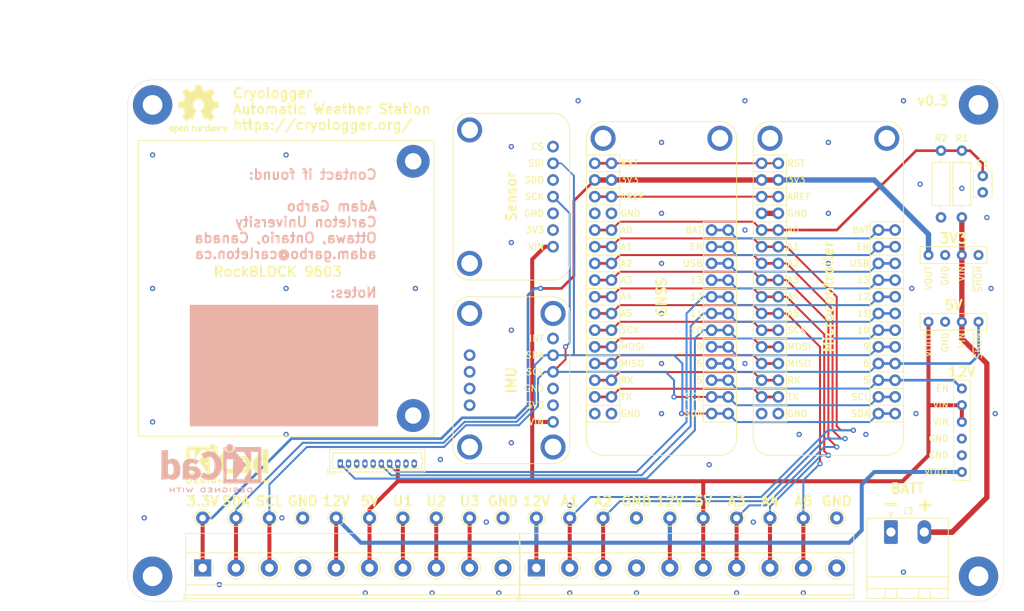
<source format=kicad_pcb>
(kicad_pcb (version 20211014) (generator pcbnew)
  (layers (0 "F.Cu" signal) (31 "B.Cu" signal) (34 "B.Paste" user) (35 "F.Paste" user) (36 "B.SilkS" user "B.Silkscreen") (37 "F.SilkS" user "F.Silkscreen") (38 "B.Mask" user) (39 "F.Mask" user) (44 "Edge.Cuts" user))
  (net 0 "")
  (net 1 "SCL")
  (net 2 "SDA")
  (net 3 "RST")
  (net 4 "AREF")
  (net 5 "SCK")
  (net 6 "MOSI")
  (net 7 "MISO")
  (net 8 "RX0")
  (net 9 "TX1")
  (net 10 "BAT")
  (net 11 "EN")
  (net 12 "A1")
  (net 13 "USB")
  (net 14 "A0")
  (net 15 "A2")
  (net 16 "A3")
  (net 17 "GND")
  (net 18 "+BATT")
  (net 19 "D6")
  (net 20 "D13")
  (net 21 "D5")
  (net 22 "D12")
  (net 23 "D11")
  (net 24 "D10")
  (net 25 "D9")
  (net 26 "+5V")
  (net 27 "+3V3")
  (net 28 "A4")
  (net 29 "A5")
  (net 30 "U1")
  (net 31 "U2")
  (net 32 "U3")
  (net 39 "+12V")
  (footprint "MountingHole:MountingHole_3mm_Pad" (layer "F.Cu") (at 91.44 60.96)
    (fp_text reference "H2")
    (fp_text value "MountingHole_Pad")
  )
  (footprint "Cryologger:Adafruit_Feather_Header_Double" (layer "F.Cu") (at 168.91 88.9)
    (fp_text reference "U1")
    (fp_text value "Adafruit_Feather_Header")
  )
  (footprint "MountingHole:MountingHole_3mm_Pad" (layer "F.Cu") (at 217.17 132.715)
    (fp_text reference "H4")
    (fp_text value "MountingHole_Pad")
  )
  (footprint "MountingHole:MountingHole_3mm_Pad" (layer "F.Cu") (at 217.17 60.96)
    (fp_text reference "H3")
    (fp_text value "MountingHole_Pad")
  )
  (footprint "Cryologger:Adafruit_Feather_Header_Double" (layer "F.Cu") (at 194.31 88.9)
    (fp_text reference "U2")
    (fp_text value "Adafruit_Feather_Header")
  )
  (footprint "Connector_Molex:Molex_PicoBlade_53047-1010_1x10_P1.25mm_Vertical" (layer "F.Cu") (at 120.015 115.57)
    (fp_text reference "U4")
    (fp_text value "ROCKBLOCK_9603")
  )
  (footprint "MountingHole:MountingHole_3mm_Pad" (layer "F.Cu") (at 91.44 132.715)
    (fp_text reference "H1")
    (fp_text value "MountingHole_Pad")
  )
  (footprint "Resistor_THT:R_Axial_DIN0207_L6.3mm_D2.5mm_P10.16mm_Horizontal" (layer "F.Cu") (at 214.63 78.085 90)
    (fp_text reference "R1")
    (fp_text value "4M" hide)
  )
  (footprint "Capacitor_THT:C_Disc_D3.8mm_W2.6mm_P2.50mm" (layer "F.Cu") (at 217.805 71.775 -90)
    (fp_text reference "C1")
    (fp_text value "C")
  )
  (footprint "Cryologger:RockBLOCK_9603" (layer "F.Cu") (at 111.76 88.9)
    (fp_text reference "U3" hide)
    (fp_text value "RockBLOCK_Footprint")
  )
  (footprint "Resistor_THT:R_Axial_DIN0207_L6.3mm_D2.5mm_P10.16mm_Horizontal" (layer "F.Cu") (at 211.455 67.925 -90)
    (fp_text reference "R2")
    (fp_text value "1M" hide)
  )
  (footprint "Connector_Phoenix_MSTB:PhoenixContact_MSTBA_2,5_2-G-5,08_1x02_P5.08mm_Horizontal" (layer "F.Cu") (at 203.835 125.984)
    (fp_text reference "J3")
    (fp_text value "Screw_Terminal_01x02")
  )
  (footprint "Cryologger:Adafruit_LSM303AGR" (layer "F.Cu") (at 146.05 102.87)
    (fp_text reference "U8" hide)
    (fp_text value "Adafruit_LSM303AGR")
  )
  (footprint "TerminalBlock_Phoenix:TerminalBlock_Phoenix_MKDS-1,5-10-5.08_1x10_P5.08mm_Horizontal" (layer "F.Cu") (at 149.86 131.445)
    (fp_text reference "J2" hide)
    (fp_text value "Screw_Terminal_01x10")
  )
  (footprint "Cryologger:Adafruit_DPS310" (layer "F.Cu") (at 146.05 74.93)
    (fp_text reference "U5" hide)
    (fp_text value "Adafruit_DPS310")
  )
  (footprint "Symbol:OSHW-Logo2_9.8x8mm_SilkScreen" (layer "F.Cu") (at 98.425 61.595)
    (fp_text reference "REF**" hide)
    (fp_text value "OSHW-Logo2_9.8x8mm_SilkScreen" hide)
  )
  (footprint "Cryologger:Pololu_D36V6x" (layer "F.Cu") (at 213.36 85.09)
    (fp_text reference "U6" hide)
    (fp_text value "Pololu_D36V6x")
  )
  (footprint "Cryologger:Pin_1.0mm_10.0mm_1x20" (layer "F.Cu") (at 147.32 123.825)
    (fp_text reference "J4" hide)
    (fp_text value "Conn_01x20")
  )
  (footprint "Cryologger:Pololu_D36V6x" (layer "F.Cu") (at 213.36 95.25)
    (fp_text reference "U7" hide)
    (fp_text value "Pololu_D36V6x")
  )
  (footprint "Cryologger:Pololu_U3V40Fx" (layer "F.Cu") (at 214.63 110.49)
    (fp_text reference "U9" hide)
    (fp_text value "Pololu_U3V40Fx")
  )
  (footprint "TerminalBlock_Phoenix:TerminalBlock_Phoenix_MKDS-1,5-10-5.08_1x10_P5.08mm_Horizontal" (layer "F.Cu") (at 99.06 131.445)
    (fp_text reference "J1" hide)
    (fp_text value "Screw_Terminal_01x10")
  )
  (footprint "Symbol:KiCad-Logo2_5mm_SilkScreen" (layer "F.Cu") (at 102.87 115.57)
    (fp_text reference "REF**" hide)
    (fp_text value "KiCad-Logo2_5mm_SilkScreen" hide)
  )
  (footprint "Symbol:KiCad-Logo2_6mm_SilkScreen" (layer "B.Cu") (at 100.33 115.57 180)
    (fp_text reference "REF**" hide)
    (fp_text value "KiCad-Logo2_6mm_SilkScreen" hide)
  )
  (gr_poly (pts (xy 125.73 109.855) (xy 97.155 109.855) (xy 97.155 91.44) (xy 125.73 91.44)) (layer "B.SilkS") (width 0.1) (fill solid))
  (gr_arc (start 220.98 132.715) (mid 219.864077 135.409077) (end 217.17 136.525) (layer "Edge.Cuts") (width 0.05))
  (gr_arc (start 87.63 60.96) (mid 88.745923 58.265923) (end 91.44 57.15) (layer "Edge.Cuts") (width 0.05))
  (gr_line (start 87.63 132.715) (end 87.63 60.96) (layer "Edge.Cuts") (width 0.05))
  (gr_arc (start 91.44 136.525) (mid 88.745923 135.409077) (end 87.63 132.715) (layer "Edge.Cuts") (width 0.05))
  (gr_line (start 220.98 60.96) (end 220.98 132.715) (layer "Edge.Cuts") (width 0.05))
  (gr_arc (start 217.17 57.15) (mid 219.864077 58.265923) (end 220.98 60.96) (layer "Edge.Cuts") (width 0.05))
  (gr_line (start 91.44 136.525) (end 217.17 136.525) (layer "Edge.Cuts") (width 0.05))
  (gr_line (start 91.44 57.15) (end 217.17 57.15) (layer "Edge.Cuts") (width 0.05))
  (gr_text "Contact if found:\n\nAdam Garbo\nCarleton University\nOttawa, Ontario, Canada\nadam.garbo@carleton.ca\n\n\n" (at 125.73 80.01) (layer "B.SilkS") (effects (font (size 1.5 1.5) (thickness 0.3)) (justify left mirror)))
  (gr_text "Notes:" (at 125.73 89.535) (layer "B.SilkS") (effects (font (size 1.5 1.5) (thickness 0.3)) (justify left mirror)))
  (gr_text "IMU" (at 146.05 102.87 90) (layer "F.SilkS") (effects (font (size 1.5 1.5) (thickness 0.3))))
  (gr_text "3V3" (at 213.36 81.28) (layer "F.SilkS") (effects (font (size 1.5 1.5) (thickness 0.3))))
  (gr_text "5V" (at 213.36 91.44) (layer "F.SilkS") (effects (font (size 1.5 1.5) (thickness 0.3))))
  (gr_text "-" (at 203.835 121.92 180) (layer "F.SilkS") (effects (font (size 2 2) (thickness 0.4))))
  (gr_text "+" (at 208.915 121.92 90) (layer "F.SilkS") (effects (font (size 2 2) (thickness 0.4))))
  (gr_text "A2" (at 160.02 121.285) (layer "F.SilkS") (effects (font (size 1.5 1.5) (thickness 0.3))))
  (gr_text "A1" (at 154.94 121.285) (layer "F.SilkS") (effects (font (size 1.5 1.5) (thickness 0.3))))
  (gr_text "RockBLOCK 9603" (at 110.49 86.36) (layer "F.SilkS") (effects (font (size 1.5 1.5) (thickness 0.3))))
  (gr_text "GND" (at 165.1 121.285) (layer "F.SilkS") (effects (font (size 1.5 1.5) (thickness 0.3))))
  (gr_text "GND" (at 144.78 121.285) (layer "F.SilkS") (effects (font (size 1.5 1.5) (thickness 0.3))))
  (gr_text "12V" (at 119.38 121.285) (layer "F.SilkS") (effects (font (size 1.5 1.5) (thickness 0.3))))
  (gr_text "GND" (at 114.3 121.285) (layer "F.SilkS") (effects (font (size 1.5 1.5) (thickness 0.3))))
  (gr_text "U3" (at 139.7 121.285) (layer "F.SilkS") (effects (font (size 1.5 1.5) (thickness 0.3))))
  (gr_text "GND" (at 195.58 121.285) (layer "F.SilkS") (effects (font (size 1.5 1.5) (thickness 0.3))))
  (gr_text "Sensor" (at 146.05 74.93 90) (layer "F.SilkS") (effects (font (size 1.5 1.5) (thickness 0.3))))
  (gr_text "SDA" (at 104.14 121.285) (layer "F.SilkS") (effects (font (size 1.5 1.5) (thickness 0.3))))
  (gr_text "5V" (at 175.26 121.285) (layer "F.SilkS") (effects (font (size 1.5 1.5) (thickness 0.3))))
  (gr_text "A5" (at 190.5 121.285) (layer "F.SilkS") (effects (font (size 1.5 1.5) (thickness 0.3))))
  (gr_text "Microcontroller" (at 194.31 90.17 90) (layer "F.SilkS") (effects (font (size 1.5 1.5) (thickness 0.3))))
  (gr_text "A4" (at 185.42 121.285) (layer "F.SilkS") (effects (font (size 1.5 1.5) (thickness 0.3))))
  (gr_text "v0.3\n" (at 207.645 60.325) (layer "F.SilkS") (effects (font (size 1.5 1.5) (thickness 0.3)) (justify left)))
  (gr_text "U2" (at 134.62 121.285) (layer "F.SilkS") (effects (font (size 1.5 1.5) (thickness 0.3))))
  (gr_text "GNSS" (at 168.91 90.17 90) (layer "F.SilkS") (effects (font (size 1.5 1.5) (thickness 0.3))))
  (gr_text "BATT" (at 206.375 119.38) (layer "F.SilkS") (effects (font (size 1.5 1.5) (thickness 0.3))))
  (gr_text "Cryologger\nAutomatic Weather Station\nhttps://cryologger.org/\n" (at 103.505 61.595) (layer "F.SilkS") (effects (font (size 1.5 1.5) (thickness 0.3)) (justify left)))
  (gr_text "U1" (at 129.54 121.285) (layer "F.SilkS") (effects (font (size 1.5 1.5) (thickness 0.3))))
  (gr_text "12V" (at 170.18 121.285) (layer "F.SilkS") (effects (font (size 1.5 1.5) (thickness 0.3))))
  (gr_text "3.3V" (at 99.06 121.285) (layer "F.SilkS") (effects (font (size 1.5 1.5) (thickness 0.3))))
  (gr_text "5V" (at 124.46 121.285) (layer "F.SilkS") (effects (font (size 1.5 1.5) (thickness 0.3))))
  (gr_text "12V" (at 149.86 121.285) (layer "F.SilkS") (effects (font (size 1.5 1.5) (thickness 0.3))))
  (gr_text "A3" (at 180.34 121.285) (layer "F.SilkS") (effects (font (size 1.5 1.5) (thickness 0.3))))
  (gr_text "SCL\n" (at 109.22 121.285) (layer "F.SilkS") (effects (font (size 1.5 1.5) (thickness 0.3))))
  (gr_text "12V" (at 214.63 101.6) (layer "F.SilkS") (effects (font (size 1.5 1.5) (thickness 0.3))))
  (segment (start 154.305 99.695) (end 152.4 101.6) (width 0.3048) (layer "F.Cu") (net 1))
  (segment (start 109.22 131.421) (end 109.22 123.825) (width 0.6096) (layer "F.Cu") (net 1))
  (segment (start 176.53 105.41) (end 170.815 105.41) (width 0.3048) (layer "F.Cu") (net 1))
  (segment (start 154.305 97.79) (end 154.305 99.695) (width 0.3048) (layer "F.Cu") (net 1))
  (via (at 154.305 97.79) (size 0.8) (drill 0.4) (layers "F.Cu" "B.Cu") (net 1))
  (via (at 170.815 105.41) (size 0.8) (drill 0.4) (layers "F.Cu" "B.Cu") (net 1))
  (segment (start 147.193 109.728) (end 150.114 106.807) (width 0.3048) (layer "B.Cu") (net 1))
  (segment (start 170.815 102.87) (end 169.545 101.6) (width 0.3048) (layer "B.Cu") (net 1))
  (segment (start 204.47 105.41) (end 201.93 105.41) (width 0.4064) (layer "B.Cu") (net 1))
  (segment (start 180.34 106.68) (end 179.07 105.41) (width 0.3048) (layer "B.Cu") (net 1))
  (segment (start 150.114 102.616) (end 151.13 101.6) (width 0.3048) (layer "B.Cu") (net 1))
  (segment (start 109.22 118.745) (end 114.935 113.03) (width 0.3048) (layer "B.Cu") (net 1))
  (segment (start 169.545 101.6) (end 152.4 101.6) (width 0.3048) (layer "B.Cu") (net 1))
  (segment (start 114.935 113.03) (end 135.81813 113.03) (width 0.3048) (layer "B.Cu") (net 1))
  (segment (start 170.815 105.41) (end 170.815 102.87) (width 0.3048) (layer "B.Cu") (net 1))
  (segment (start 179.07 105.41) (end 176.53 105.41) (width 0.4064) (layer "B.Cu") (net 1))
  (segment (start 139.12013 109.728) (end 147.193 109.728) (width 0.3048) (layer "B.Cu") (net 1))
  (segment (start 154.94 77.47) (end 154.94 97.155) (width 0.3048) (layer "B.Cu") (net 1))
  (segment (start 200.66 106.68) (end 180.34 106.68) (width 0.3048) (layer "B.Cu") (net 1))
  (segment (start 150.114 106.807) (end 150.114 102.616) (width 0.3048) (layer "B.Cu") (net 1))
  (segment (start 109.22 123.849) (end 109.22 118.745) (width 0.3048) (layer "B.Cu") (net 1))
  (segment (start 154.94 97.155) (end 154.305 97.79) (width 0.3048) (layer "B.Cu") (net 1))
  (segment (start 152.4 74.93) (end 154.94 77.47) (width 0.3048) (layer "B.Cu") (net 1))
  (segment (start 151.13 101.6) (end 152.4 101.6) (width 0.3048) (layer "B.Cu") (net 1))
  (segment (start 135.81813 113.03) (end 139.12013 109.728) (width 0.3048) (layer "B.Cu") (net 1))
  (segment (start 201.93 105.41) (end 200.66 106.68) (width 0.3048) (layer "B.Cu") (net 1))
  (segment (start 176.53 107.95) (end 171.958 107.95) (width 0.3048) (layer "F.Cu") (net 2))
  (segment (start 104.14 123.825) (end 104.14 131.421) (width 0.6096) (layer "F.Cu") (net 2))
  (via (at 171.958 107.95) (size 0.8) (drill 0.4) (layers "F.Cu" "B.Cu") (net 2))
  (segment (start 149.606 100.584) (end 151.13 99.06) (width 0.3048) (layer "B.Cu") (net 2))
  (segment (start 104.14 123.849) (end 104.14 122.555) (width 0.3048) (layer "B.Cu") (net 2))
  (segment (start 172.085 100.33) (end 172.085 107.823) (width 0.3048) (layer "B.Cu") (net 2))
  (segment (start 104.14 122.555) (end 114.3 112.395) (width 0.3048) (layer "B.Cu") (net 2))
  (segment (start 149.606 106.449058) (end 149.606 100.584) (width 0.3048) (layer "B.Cu") (net 2))
  (segment (start 180.361711 109.241711) (end 179.07 107.95) (width 0.3048) (layer "B.Cu") (net 2))
  (segment (start 200.638289 109.241711) (end 180.361711 109.241711) (width 0.3048) (layer "B.Cu") (net 2))
  (segment (start 179.07 107.95) (end 176.53 107.95) (width 0.4064) (layer "B.Cu") (net 2))
  (segment (start 152.4 69.85) (end 153.67 69.85) (width 0.25) (layer "B.Cu") (net 2))
  (segment (start 146.85506 109.199998) (end 149.606 106.449058) (width 0.3048) (layer "B.Cu") (net 2))
  (segment (start 201.93 107.95) (end 200.638289 109.241711) (width 0.3048) (layer "B.Cu") (net 2))
  (segment (start 152.4 99.06) (end 170.815 99.06) (width 0.3048) (layer "B.Cu") (net 2))
  (segment (start 151.13 99.06) (end 152.4 99.06) (width 0.3048) (layer "B.Cu") (net 2))
  (segment (start 170.815 99.06) (end 172.085 100.33) (width 0.3048) (layer "B.Cu") (net 2))
  (segment (start 135.739914 112.395) (end 138.934916 109.199998) (width 0.3048) (layer "B.Cu") (net 2))
  (segment (start 155.575 71.755) (end 155.575 99.06) (width 0.3048) (layer "B.Cu") (net 2))
  (segment (start 138.934916 109.199998) (end 146.85506 109.199998) (width 0.3048) (layer "B.Cu") (net 2))
  (segment (start 114.3 112.395) (end 135.739914 112.395) (width 0.3048) (layer "B.Cu") (net 2))
  (segment (start 204.47 107.95) (end 201.93 107.95) (width 0.4064) (layer "B.Cu") (net 2))
  (segment (start 153.67 69.85) (end 155.575 71.755) (width 0.25) (layer "B.Cu") (net 2))
  (segment (start 172.085 107.823) (end 171.958 107.95) (width 0.3048) (layer "B.Cu") (net 2))
  (segment (start 161.29 69.85) (end 184.15 69.85) (width 0.3048) (layer "F.Cu") (net 3))
  (segment (start 184.15 69.85) (end 186.69 69.85) (width 0.3048) (layer "F.Cu") (net 3))
  (segment (start 158.75 69.85) (end 161.29 69.85) (width 0.4064) (layer "F.Cu") (net 3))
  (segment (start 158.75 74.93) (end 161.29 74.93) (width 0.4064) (layer "F.Cu") (net 4))
  (segment (start 184.15 74.93) (end 186.69 74.93) (width 0.3048) (layer "F.Cu") (net 4))
  (segment (start 161.29 74.93) (end 184.15 74.93) (width 0.3048) (layer "F.Cu") (net 4))
  (segment (start 162.56 93.98) (end 182.88 93.98) (width 0.3048) (layer "F.Cu") (net 5))
  (segment (start 158.75 95.25) (end 161.29 95.25) (width 0.4064) (layer "F.Cu") (net 5))
  (segment (start 161.29 95.25) (end 162.56 93.98) (width 0.3048) (layer "F.Cu") (net 5))
  (segment (start 184.15 95.25) (end 186.69 95.25) (width 0.4064) (layer "F.Cu") (net 5))
  (segment (start 182.88 93.98) (end 184.15 95.25) (width 0.3048) (layer "F.Cu") (net 5))
  (segment (start 158.75 97.79) (end 161.29 97.79) (width 0.4064) (layer "F.Cu") (net 6))
  (segment (start 184.15 97.79) (end 186.69 97.79) (width 0.4064) (layer "F.Cu") (net 6))
  (segment (start 161.29 97.79) (end 162.56 96.52) (width 0.3048) (layer "F.Cu") (net 6))
  (segment (start 182.88 96.52) (end 184.15 97.79) (width 0.3048) (layer "F.Cu") (net 6))
  (segment (start 162.56 96.52) (end 182.88 96.52) (width 0.3048) (layer "F.Cu") (net 6))
  (segment (start 162.56 99.06) (end 182.88 99.06) (width 0.3048) (layer "F.Cu") (net 7))
  (segment (start 184.15 100.33) (end 186.69 100.33) (width 0.4064) (layer "F.Cu") (net 7))
  (segment (start 161.29 100.33) (end 162.56 99.06) (width 0.3048) (layer "F.Cu") (net 7))
  (segment (start 158.75 100.33) (end 161.29 100.33) (width 0.4064) (layer "F.Cu") (net 7))
  (segment (start 182.88 99.06) (end 184.15 100.33) (width 0.3048) (layer "F.Cu") (net 7))
  (segment (start 162.531401 101.628599) (end 161.29 102.87) (width 0.3048) (layer "F.Cu") (net 8))
  (segment (start 184.15 102.87) (end 182.908599 101.628599) (width 0.3048) (layer "F.Cu") (net 8))
  (segment (start 182.908599 101.628599) (end 162.531401 101.628599) (width 0.3048) (layer "F.Cu") (net 8))
  (segment (start 186.69 102.87) (end 184.15 102.87) (width 0.4064) (layer "F.Cu") (net 8))
  (segment (start 161.29 102.87) (end 158.75 102.87) (width 0.4064) (layer "F.Cu") (net 8))
  (segment (start 182.908599 104.168599) (end 162.531401 104.168599) (width 0.3048) (layer "F.Cu") (net 9))
  (segment (start 162.531401 104.168599) (end 161.29 105.41) (width 0.3048) (layer "F.Cu") (net 9))
  (segment (start 161.29 105.41) (end 158.75 105.41) (width 0.4064) (layer "F.Cu") (net 9))
  (segment (start 186.69 105.41) (end 184.15 105.41) (width 0.4064) (layer "F.Cu") (net 9))
  (segment (start 184.15 105.41) (end 182.908599 104.168599) (width 0.3048) (layer "F.Cu") (net 9))
  (segment (start 201.93 80.01) (end 200.66 81.28) (width 0.3048) (layer "B.Cu") (net 10))
  (segment (start 180.34 81.28) (end 179.07 80.01) (width 0.3048) (layer "B.Cu") (net 10))
  (segment (start 200.66 81.28) (end 180.34 81.28) (width 0.3048) (layer "B.Cu") (net 10))
  (segment (start 204.47 80.01) (end 201.93 80.01) (width 0.4064) (layer "B.Cu") (net 10))
  (segment (start 179.07 80.01) (end 176.53 80.01) (width 0.4064) (layer "B.Cu") (net 10))
  (segment (start 204.47 82.55) (end 201.93 82.55) (width 0.4064) (layer "B.Cu") (net 11))
  (segment (start 180.34 83.82) (end 179.07 82.55) (width 0.3048) (layer "B.Cu") (net 11))
  (segment (start 200.66 83.82) (end 180.34 83.82) (width 0.3048) (layer "B.Cu") (net 11))
  (segment (start 201.93 82.55) (end 200.66 83.82) (width 0.3048) (layer "B.Cu") (net 11))
  (segment (start 179.07 82.55) (end 176.53 82.55) (width 0.4064) (layer "B.Cu") (net 11))
  (segment (start 187.96 82.55) (end 195.58 90.17) (width 0.3048) (layer "F.Cu") (net 12))
  (segment (start 162.56 81.28) (end 182.88 81.28) (width 0.3048) (layer "F.Cu") (net 12))
  (segment (start 186.69 82.55) (end 187.96 82.55) (width 0.3048) (layer "F.Cu") (net 12))
  (segment (start 154.94 131.421) (end 154.94 123.825) (width 0.6096) (layer "F.Cu") (net 12))
  (segment (start 182.88 81.28) (end 184.15 82.55) (width 0.3048) (layer "F.Cu") (net 12))
  (segment (start 161.29 82.55) (end 162.56 81.28) (width 0.3048) (layer "F.Cu") (net 12))
  (segment (start 195.58 109.855) (end 196.215 110.49) (width 0.3048) (layer "F.Cu") (net 12))
  (segment (start 195.58 90.17) (end 195.58 109.855) (width 0.3048) (layer "F.Cu") (net 12))
  (segment (start 184.15 82.55) (end 186.69 82.55) (width 0.4064) (layer "F.Cu") (net 12))
  (segment (start 196.215 110.49) (end 198.12 110.49) (width 0.3048) (layer "F.Cu") (net 12))
  (segment (start 158.75 82.55) (end 161.29 82.55) (width 0.4064) (layer "F.Cu") (net 12))
  (via (at 198.12 110.49) (size 0.8) (drill 0.4) (layers "F.Cu" "B.Cu") (net 12))
  (segment (start 154.94 123.849) (end 158.139 120.65) (width 0.3048) (layer "B.Cu") (net 12))
  (segment (start 158.139 120.65) (end 184.071784 120.65) (width 0.3048) (layer "B.Cu") (net 12))
  (segment (start 194.231784 110.49) (end 184.071784 120.65) (width 0.3048) (layer "B.Cu") (net 12))
  (segment (start 198.12 110.49) (end 194.231784 110.49) (width 0.3048) (layer "B.Cu") (net 12))
  (segment (start 204.47 85.09) (end 201.93 85.09) (width 0.4064) (layer "B.Cu") (net 13))
  (segment (start 180.34 86.36) (end 179.07 85.09) (width 0.3048) (layer "B.Cu") (net 13))
  (segment (start 200.66 86.36) (end 180.34 86.36) (width 0.3048) (layer "B.Cu") (net 13))
  (segment (start 201.93 85.09) (end 200.66 86.36) (width 0.3048) (layer "B.Cu") (net 13))
  (segment (start 179.07 85.09) (end 176.53 85.09) (width 0.4064) (layer "B.Cu") (net 13))
  (segment (start 214.63 67.925) (end 215.88 67.925) (width 0.4064) (layer "F.Cu") (net 14))
  (segment (start 211.455 67.925) (end 214.63 67.925) (width 0.4064) (layer "F.Cu") (net 14))
  (segment (start 184.15 80.01) (end 186.69 80.01) (width 0.4064) (layer "F.Cu") (net 14))
  (segment (start 158.75 80.01) (end 161.29 80.01) (width 0.4064) (layer "F.Cu") (net 14))
  (segment (start 217.805 69.85) (end 217.805 71.775) (width 0.4064) (layer "F.Cu") (net 14))
  (segment (start 186.69 80.01) (end 195.58 80.01) (width 0.4064) (layer "F.Cu") (net 14))
  (segment (start 162.56 78.74) (end 182.88 78.74) (width 0.3048) (layer "F.Cu") (net 14))
  (segment (start 207.645 67.945) (end 207.665 67.925) (width 0.4064) (layer "F.Cu") (net 14))
  (segment (start 161.29 80.01) (end 162.56 78.74) (width 0.3048) (layer "F.Cu") (net 14))
  (segment (start 182.88 78.74) (end 184.15 80.01) (width 0.3048) (layer "F.Cu") (net 14))
  (segment (start 195.58 80.01) (end 207.645 67.945) (width 0.4064) (layer "F.Cu") (net 14))
  (segment (start 207.665 67.925) (end 211.455 67.925) (width 0.4064) (layer "F.Cu") (net 14))
  (segment (start 215.88 67.925) (end 217.805 69.85) (width 0.4064) (layer "F.Cu") (net 14))
  (segment (start 184.15 85.09) (end 186.69 85.09) (width 0.4064) (layer "F.Cu") (net 15))
  (segment (start 196.215 111.76) (end 196.85 111.76) (width 0.3048) (layer "F.Cu") (net 15))
  (segment (start 158.75 85.09) (end 161.29 85.09) (width 0.4064) (layer "F.Cu") (net 15))
  (segment (start 194.945 110.49) (end 196.215 111.76) (width 0.3048) (layer "F.Cu") (net 15))
  (segment (start 186.69 85.09) (end 187.96 85.09) (width 0.3048) (layer "F.Cu") (net 15))
  (segment (start 182.88 83.82) (end 184.15 85.09) (width 0.3048) (layer "F.Cu") (net 15))
  (segment (start 194.945 92.075) (end 194.945 110.49) (width 0.3048) (layer "F.Cu") (net 15))
  (segment (start 162.56 83.82) (end 182.88 83.82) (width 0.3048) (layer "F.Cu") (net 15))
  (segment (start 160.02 123.825) (end 160.02 131.421) (width 0.6096) (layer "F.Cu") (net 15))
  (segment (start 187.96 85.09) (end 194.945 92.075) (width 0.3048) (layer "F.Cu") (net 15))
  (segment (start 161.29 85.09) (end 162.56 83.82) (width 0.3048) (layer "F.Cu") (net 15))
  (via (at 196.85 111.76) (size 0.8) (drill 0.4) (layers "F.Cu" "B.Cu") (net 15))
  (segment (start 162.584 121.285) (end 184.404 121.285) (width 0.3048) (layer "B.Cu") (net 15))
  (segment (start 193.929 111.76) (end 184.404 121.285) (width 0.3048) (layer "B.Cu") (net 15))
  (segment (start 196.85 111.76) (end 193.929 111.76) (width 0.3048) (layer "B.Cu") (net 15))
  (segment (start 160.02 123.849) (end 162.584 121.285) (width 0.3048) (layer "B.Cu") (net 15))
  (segment (start 184.15 87.63) (end 186.69 87.63) (width 0.4064) (layer "F.Cu") (net 16))
  (segment (start 180.34 123.825) (end 180.34 131.421) (width 0.6096) (layer "F.Cu") (net 16))
  (segment (start 158.75 87.63) (end 161.29 87.63) (width 0.4064) (layer "F.Cu") (net 16))
  (segment (start 182.88 86.36) (end 184.15 87.63) (width 0.3048) (layer "F.Cu") (net 16))
  (segment (start 194.31 93.98) (end 194.31 111.76) (width 0.3048) (layer "F.Cu") (net 16))
  (segment (start 187.96 87.63) (end 194.31 93.98) (width 0.3048) (layer "F.Cu") (net 16))
  (segment (start 162.56 86.36) (end 182.88 86.36) (width 0.3048) (layer "F.Cu") (net 16))
  (segment (start 194.31 111.76) (end 195.58 113.03) (width 0.3048) (layer "F.Cu") (net 16))
  (segment (start 161.29 87.63) (end 162.56 86.36) (width 0.3048) (layer "F.Cu") (net 16))
  (segment (start 186.69 87.63) (end 187.96 87.63) (width 0.3048) (layer "F.Cu") (net 16))
  (via (at 195.58 113.03) (size 0.8) (drill 0.4) (layers "F.Cu" "B.Cu") (net 16))
  (segment (start 193.675 113.03) (end 184.785 121.92) (width 0.3048) (layer "B.Cu") (net 16))
  (segment (start 180.34 123.849) (end 182.269 121.92) (width 0.3048) (layer "B.Cu") (net 16))
  (segment (start 182.269 121.92) (end 184.785 121.92) (width 0.3048) (layer "B.Cu") (net 16))
  (segment (start 195.58 113.03) (end 193.675 113.03) (width 0.3048) (layer "B.Cu") (net 16))
  (segment (start 184.15 77.47) (end 186.69 77.47) (width 0.8128) (layer "F.Cu") (net 17))
  (via (at 111.76 68.58) (size 0.8) (drill 0.4) (layers "F.Cu" "B.Cu") (net 17))
  (via (at 144.145 135.255) (size 0.8) (drill 0.4) (layers "F.Cu" "B.Cu") (net 17))
  (via (at 131.445 88.9) (size 0.8) (drill 0.4) (layers "F.Cu" "B.Cu") (net 17))
  (via (at 146.05 81.915) (size 0.8) (drill 0.4) (layers "F.Cu" "B.Cu") (net 17))
  (via (at 181.61 60.325) (size 0.8) (drill 0.4) (layers "F.Cu" "B.Cu") (net 17))
  (via (at 168.91 77.47) (size 0.8) (drill 0.4) (layers "F.Cu" "B.Cu") (net 17))
  (via (at 111.76 111.125) (size 0.8) (drill 0.4) (layers "F.Cu" "B.Cu") (net 17))
  (via (at 207.01 88.9) (size 0.8) (drill 0.4) (layers "F.Cu" "B.Cu") (net 17))
  (via (at 99.695 115.57) (size 0.8) (drill 0.4) (layers "F.Cu" "B.Cu") (net 17))
  (via (at 168.91 100.33) (size 0.8) (drill 0.4) (layers "F.Cu" "B.Cu") (net 17))
  (via (at 165.1 135.255) (size 0.8) (drill 0.4) (layers "F.Cu" "B.Cu") (net 17))
  (via (at 142.24 124.46) (size 0.8) (drill 0.4) (layers "F.Cu" "B.Cu") (net 17))
  (via (at 200.025 111.125) (size 0.8) (drill 0.4) (layers "F.Cu" "B.Cu") (net 17))
  (via (at 181.61 100.33) (size 0.8) (drill 0.4) (layers "F.Cu" "B.Cu") (net 17))
  (via (at 123.825 135.255) (size 0.8) (drill 0.4) (layers "F.Cu" "B.Cu") (net 17))
  (via (at 91.44 68.58) (size 0.8) (drill 0.4) (layers "F.Cu" "B.Cu") (net 17))
  (via (at 208.28 73.025) (size 0.8) (drill 0.4) (layers "F.Cu" "B.Cu") (net 17))
  (via (at 168.91 107.95) (size 0.8) (drill 0.4) (layers "F.Cu" "B.Cu") (net 17))
  (via (at 176.167624 115.725724) (size 0.8) (drill 0.4) (layers "F.Cu" "B.Cu") (net 17))
  (via (at 205.74 132.08) (size 0.8) (drill 0.4) (layers "F.Cu" "B.Cu") (net 17))
  (via (at 189.865 111.125) (size 0.8) (drill 0.4) (layers "F.Cu" "B.Cu") (net 17))
  (via (at 156.21 60.325) (size 0.8) (drill 0.4) (layers "F.Cu" "B.Cu") (net 17))
  (via (at 218.44 78.105) (size 0.8) (drill 0.4) (layers "F.Cu" "B.Cu") (net 17))
  (via (at 168.91 92.71) (size 0.8) (drill 0.4) (layers "F.Cu" "B.Cu") (net 17))
  (via (at 135.255 114.935) (size 0.8) (drill 0.4) (layers "F.Cu" "B.Cu") (net 17))
  (via (at 219.075 88.9) (size 0.8) (drill 0.4) (layers "F.Cu" "B.Cu") (net 17))
  (via (at 190.5 135.255) (size 0.8) (drill 0.4) (layers "F.Cu" "B.Cu") (net 17))
  (via (at 194.31 85.09) (size 0.8) (drill 0.4) (layers "F.Cu" "B.Cu") (net 17))
  (via (at 133.985 135.255) (size 0.8) (drill 0.4) (layers "F.Cu" "B.Cu") (net 17))
  (via (at 181.61 80.01) (size 0.8) (drill 0.4) (layers "F.Cu" "B.Cu") (net 17))
  (via (at 214.63 73.66) (size 0.8) (drill 0.4) (layers "F.Cu" "B.Cu") (net 17))
  (via (at 90.17 123.825) (size 0.8) (drill 0.4) (layers "F.Cu" "B.Cu") (net 17))
  (via (at 219.71 107.95) (size 0.8) (drill 0.4) (layers "F.Cu" "B.Cu") (net 17))
  (via (at 205.74 60.325) (size 0.8) (drill 0.4) (layers "F.Cu" "B.Cu") (net 17))
  (via (at 101.6 133.985) (size 0.8) (drill 0.4) (layers "F.Cu" "B.Cu") (net 17))
  (via (at 207.645 107.95) (size 0.8) (drill 0.4) (layers "F.Cu" "B.Cu") (net 17))
  (via (at 91.44 88.9) (size 0.8) (drill 0.4) (layers "F.Cu" "B.Cu") (net 17))
  (via (at 180.34 135.255) (size 0.8) (drill 0.4) (layers "F.Cu" "B.Cu") (net 17))
  (via (at 111.125 123.825) (size 0.8) (drill 0.4) (layers "F.Cu" "B.Cu") (net 17))
  (via (at 168.91 85.09) (size 0.8) (drill 0.4) (layers "F.Cu" "B.Cu") (net 17))
  (via (at 182.88 124.46) (size 0.8) (drill 0.4) (layers "F.Cu" "B.Cu") (net 17))
  (via (at 111.76 88.9) (size 0.8) (drill 0.4) (layers "F.Cu" "B.Cu") (net 17))
  (via (at 194.31 66.675) (size 0.8) (drill 0.4) (layers "F.Cu" "B.Cu") (net 17))
  (via (at 146.05 112.395) (size 0.8) (drill 0.4) (layers "F.Cu" "B.Cu") (net 17))
  (via (at 146.05 95.25) (size 0.8) (drill 0.4) (layers "F.Cu" "B.Cu") (net 17))
  (via (at 194.31 77.47) (size 0.8) (drill 0.4) (layers "F.Cu" "B.Cu") (net 17))
  (via (at 154.94 135.255) (size 0.8) (drill 0.4) (layers "F.Cu" "B.Cu") (net 17))
  (via (at 91.44 109.22) (size 0.8) (drill 0.4) (layers "F.Cu" "B.Cu") (net 17))
  (via (at 146.05 67.31) (size 0.8) (drill 0.4) (layers "F.Cu" "B.Cu") (net 17))
  (via (at 154.94 121.92) (size 0.8) (drill 0.4) (layers "F.Cu" "B.Cu") (net 17))
  (via (at 168.91 66.675) (size 0.8) (drill 0.4) (layers "F.Cu" "B.Cu") (net 17))
  (segment (start 214.63 96.52) (end 218.44 100.33) (width 0.8128) (layer "F.Cu") (net 18))
  (segment (start 214.63 83.82) (end 214.63 93.98) (width 0.8128) (layer "F.Cu") (net 18))
  (segment (start 214.6625 124.4925) (end 218.44 120.715) (width 0.8128) (layer "F.Cu") (net 18))
  (segment (start 214.6625 124.4925) (end 213.171 125.984) (width 0.8128) (layer "F.Cu") (net 18))
  (segment (start 213.171 125.984) (end 208.915 125.984) (width 0.8128) (layer "F.Cu") (net 18))
  (segment (start 214.63 93.98) (end 214.63 96.52) (width 0.8128) (layer "F.Cu") (net 18))
  (segment (start 218.44 100.33) (end 218.44 120.715) (width 0.8128) (layer "F.Cu") (net 18))
  (segment (start 213.1385 126.0165) (end 208.915 126.0165) (width 0.8128) (layer "F.Cu") (net 18))
  (segment (start 213.1385 126.0165) (end 214.6625 124.4925) (width 0.8128) (layer "F.Cu") (net 18))
  (segment (start 214.63 83.82) (end 214.63 78.085) (width 0.8128) (layer "F.Cu") (net 18))
  (segment (start 200.66 101.6) (end 180.34 101.6) (width 0.3048) (layer "B.Cu") (net 19))
  (segment (start 179.07 100.33) (end 176.53 100.33) (width 0.4064) (layer "B.Cu") (net 19))
  (segment (start 204.47 100.33) (end 215.9 100.33) (width 0.4064) (layer "B.Cu") (net 19))
  (segment (start 217.17 99.06) (end 217.17 93.98) (width 0.4064) (layer "B.Cu") (net 19))
  (segment (start 215.9 100.33) (end 217.17 99.06) (width 0.4064) (layer "B.Cu") (net 19))
  (segment (start 201.93 100.33) (end 200.66 101.6) (width 0.3048) (layer "B.Cu") (net 19))
  (segment (start 180.34 101.6) (end 179.07 100.33) (width 0.3048) (layer "B.Cu") (net 19))
  (segment (start 204.47 100.33) (end 201.93 100.33) (width 0.4064) (layer "B.Cu") (net 19))
  (segment (start 204.47 87.63) (end 201.93 87.63) (width 0.4064) (layer "B.Cu") (net 20))
  (segment (start 180.34 88.9) (end 179.07 87.63) (width 0.3048) (layer "B.Cu") (net 20))
  (segment (start 200.66 88.9) (end 180.34 88.9) (width 0.3048) (layer "B.Cu") (net 20))
  (segment (start 201.93 87.63) (end 200.66 88.9) (width 0.3048) (layer "B.Cu") (net 20))
  (segment (start 179.07 87.63) (end 176.53 87.63) (width 0.4064) (layer "B.Cu") (net 20))
  (segment (start 213.36 102.87) (end 204.47 102.87) (width 0.4064) (layer "B.Cu") (net 21))
  (segment (start 201.93 102.87) (end 200.66 104.14) (width 0.3048) (layer "B.Cu") (net 21))
  (segment (start 204.47 102.87) (end 201.93 102.87) (width 0.4064) (layer "B.Cu") (net 21))
  (segment (start 180.34 104.14) (end 179.07 102.87) (width 0.3048) (layer "B.Cu") (net 21))
  (segment (start 179.07 102.87) (end 176.53 102.87) (width 0.4064) (layer "B.Cu") (net 21))
  (segment (start 213.36 102.87) (end 214.63 104.14) (width 0.4064) (layer "B.Cu") (net 21))
  (segment (start 200.66 104.14) (end 180.34 104.14) (width 0.3048) (layer "B.Cu") (net 21))
  (segment (start 179.07 90.17) (end 176.53 90.17) (width 0.4064) (layer "B.Cu") (net 22))
  (segment (start 172.72 109.22) (end 172.72 92.71) (width 0.3048) (layer "B.Cu") (net 22))
  (segment (start 201.93 90.17) (end 200.66 91.44) (width 0.3048) (layer "B.Cu") (net 22))
  (segment (start 128.535 116.84) (end 165.1 116.84) (width 0.3048) (layer "B.Cu") (net 22))
  (segment (start 165.1 116.84) (end 172.72 109.22) (width 0.3048) (layer "B.Cu") (net 22))
  (segment (start 175.26 90.17) (end 176.53 90.17) (width 0.3048) (layer "B.Cu") (net 22))
  (segment (start 204.47 90.17) (end 201.93 90.17) (width 0.4064) (layer "B.Cu") (net 22))
  (segment (start 180.34 91.44) (end 179.07 90.17) (width 0.3048) (layer "B.Cu") (net 22))
  (segment (start 200.66 91.44) (end 180.34 91.44) (width 0.3048) (layer "B.Cu") (net 22))
  (segment (start 172.72 92.71) (end 175.26 90.17) (width 0.3048) (layer "B.Cu") (net 22))
  (segment (start 127.515 115.82) (end 128.535 116.84) (width 0.3048) (layer "B.Cu") (net 22))
  (segment (start 204.47 92.71) (end 201.93 92.71) (width 0.4064) (layer "B.Cu") (net 23))
  (segment (start 173.355 109.855) (end 173.355 94.615) (width 0.3048) (layer "B.Cu") (net 23))
  (segment (start 126.265 115.82) (end 127.78932 117.34432) (width 0.3048) (layer "B.Cu") (net 23))
  (segment (start 200.66 93.98) (end 201.93 92.71) (width 0.3048) (layer "B.Cu") (net 23))
  (segment (start 127.78932 117.34432) (end 165.86568 117.34432) (width 0.3048) (layer "B.Cu") (net 23))
  (segment (start 180.34 93.98) (end 200.66 93.98) (width 0.3048) (layer "B.Cu") (net 23))
  (segment (start 179.07 92.71) (end 180.34 93.98) (width 0.3048) (layer "B.Cu") (net 23))
  (segment (start 179.07 92.71) (end 176.53 92.71) (width 0.4064) (layer "B.Cu") (net 23))
  (segment (start 175.26 92.71) (end 176.53 92.71) (width 0.3048) (layer "B.Cu") (net 23))
  (segment (start 173.355 94.615) (end 175.26 92.71) (width 0.3048) (layer "B.Cu") (net 23))
  (segment (start 165.86568 117.34432) (end 173.355 109.855) (width 0.3048) (layer "B.Cu") (net 23))
  (segment (start 200.66 96.52) (end 180.34 96.52) (width 0.3048) (layer "B.Cu") (net 24))
  (segment (start 120.015 115.633375) (end 122.230265 117.84864) (width 0.3048) (layer "B.Cu") (net 24))
  (segment (start 180.34 96.52) (end 179.07 95.25) (width 0.3048) (layer "B.Cu") (net 24))
  (segment (start 204.47 95.25) (end 201.93 95.25) (width 0.4064) (layer "B.Cu") (net 24))
  (segment (start 166.63136 117.84864) (end 173.99 110.49) (width 0.3048) (layer "B.Cu") (net 24))
  (segment (start 173.99 96.52) (end 175.26 95.25) (width 0.3048) (layer "B.Cu") (net 24))
  (segment (start 179.07 95.25) (end 176.53 95.25) (width 0.4064) (layer "B.Cu") (net 24))
  (segment (start 201.93 95.25) (end 200.66 96.52) (width 0.3048) (layer "B.Cu") (net 24))
  (segment (start 175.26 95.25) (end 176.53 95.25) (width 0.3048) (layer "B.Cu") (net 24))
  (segment (start 122.230265 117.84864) (end 166.63136 117.84864) (width 0.3048) (layer "B.Cu") (net 24))
  (segment (start 173.99 110.49) (end 173.99 96.52) (width 0.3048) (layer "B.Cu") (net 24))
  (segment (start 179.07 97.79) (end 176.53 97.79) (width 0.4064) (layer "B.Cu") (net 25))
  (segment (start 200.66 99.06) (end 180.34 99.06) (width 0.3048) (layer "B.Cu") (net 25))
  (segment (start 201.93 97.79) (end 200.66 99.06) (width 0.3048) (layer "B.Cu") (net 25))
  (segment (start 180.34 99.06) (end 179.07 97.79) (width 0.3048) (layer "B.Cu") (net 25))
  (segment (start 204.47 97.79) (end 201.93 97.79) (width 0.4064) (layer "B.Cu") (net 25))
  (segment (start 149.085 118.25) (end 175.12 118.25) (width 0.6096) (layer "F.Cu") (net 26))
  (segment (start 175.26 123.849) (end 175.26 118.39) (width 0.6096) (layer "F.Cu") (net 26))
  (segment (start 175.26 131.421) (end 175.26 123.825) (width 0.6096) (layer "F.Cu") (net 26))
  (segment (start 124.46 122.555) (end 128.765 118.25) (width 0.6096) (layer "F.Cu") (net 26))
  (segment (start 209.55 106.68) (end 214.63 106.68) (width 0.6096) (layer "F.Cu") (net 26))
  (segment (start 149.225 109.22) (end 149.225 84.467765) (width 0.6096) (layer "F.Cu") (net 26))
  (segment (start 128.765 118.25) (end 128.765 115.57) (width 0.6096) (layer "F.Cu") (net 26))
  (segment (start 175.12 118.25) (end 205.6 118.25) (width 0.6096) (layer "F.Cu") (net 26))
  (segment (start 149.225 109.22) (end 149.225 118.11) (width 0.6096) (layer "F.Cu") (net 26))
  (segment (start 214.63 106.68) (end 214.63 109.22) (width 0.6096) (layer "F.Cu") (net 26))
  (segment (start 151.142765 82.55) (end 152.4 82.55) (width 0.6096) (layer "F.Cu") (net 26))
  (segment (start 149.225 118.11) (end 149.085 118.25) (width 0.6096) (layer "F.Cu") (net 26))
  (segment (start 149.225 109.22) (end 152.4 109.22) (width 0.6096) (layer "F.Cu") (net 26))
  (segment (start 124.46 131.421) (end 124.46 123.825) (width 0.6096) (layer "F.Cu") (net 26))
  (segment (start 175.26 118.39) (end 175.12 118.25) (width 0.6096) (layer "F.Cu") (net 26))
  (segment (start 124.46 123.849) (end 124.46 122.555) (width 0.6096) (layer "F.Cu") (net 26))
  (segment (start 128.765 118.25) (end 149.085 118.25) (width 0.6096) (layer "F.Cu") (net 26))
  (segment (start 149.225 84.467765) (end 151.142765 82.55) (width 0.6096) (layer "F.Cu") (net 26))
  (segment (start 209.55 93.98) (end 209.55 106.68) (width 0.6096) (layer "F.Cu") (net 26))
  (segment (start 205.6 118.25) (end 209.55 114.3) (width 0.6096) (layer "F.Cu") (net 26))
  (segment (start 209.55 114.3) (end 209.55 106.68) (width 0.6096) (layer "F.Cu") (net 26))
  (segment (start 161.29 72.39) (end 158.75 72.39) (width 0.8128) (layer "F.Cu") (net 27))
  (segment (start 155.575 86.995) (end 153.67 88.9) (width 0.4064) (layer "F.Cu") (net 27))
  (segment (start 158.75 72.39) (end 155.575 75.565) (width 0.4064) (layer "F.Cu") (net 27))
  (segment (start 184.15 72.39) (end 186.69 72.39) (width 0.8128) (layer "F.Cu") (net 27))
  (segment (start 184.15 72.39) (end 161.29 72.39) (width 0.8128) (layer "F.Cu") (net 27))
  (segment (start 153.67 88.9) (end 150.495 88.9) (width 0.4064) (layer "F.Cu") (net 27))
  (segment (start 99.06 131.421) (end 99.06 123.825) (width 0.6096) (layer "F.Cu") (net 27))
  (segment (start 155.575 75.565) (end 155.575 86.995) (width 0.4064) (layer "F.Cu") (net 27))
  (via (at 150.495 88.9) (size 0.8) (drill 0.4) (layers "F.Cu" "B.Cu") (net 27))
  (segment (start 112.563213 111.76) (end 135.382 111.76) (width 0.4064) (layer "B.Cu") (net 27))
  (segment (start 138.557 108.585) (end 146.685 108.585) (width 0.4064) (layer "B.Cu") (net 27))
  (segment (start 149.606 88.9) (end 150.495 88.9) (width 0.4064) (layer "B.Cu") (net 27))
  (segment (start 209.55 80.645) (end 201.295 72.39) (width 0.8128) (layer "B.Cu") (net 27))
  (segment (start 209.55 83.82) (end 209.55 80.645) (width 0.8128) (layer "B.Cu") (net 27))
  (segment (start 148.59 89.916) (end 149.606 88.9) (width 0.4064) (layer "B.Cu") (net 27))
  (segment (start 100.474213 123.849) (end 112.563213 111.76) (width 0.4064) (layer "B.Cu") (net 27))
  (segment (start 99.06 123.849) (end 100.474213 123.849) (width 0.4064) (layer "B.Cu") (net 27))
  (segment (start 148.59 106.68) (end 148.59 89.916) (width 0.4064) (layer "B.Cu") (net 27))
  (segment (start 186.69 72.39) (end 201.295 72.39) (width 0.8128) (layer "B.Cu") (net 27))
  (segment (start 135.382 111.76) (end 138.557 108.585) (width 0.4064) (layer "B.Cu") (net 27))
  (segment (start 146.685 108.585) (end 148.59 106.68) (width 0.4064) (layer "B.Cu") (net 27))
  (segment (start 162.56 88.9) (end 182.88 88.9) (width 0.3048) (layer "F.Cu") (net 28))
  (segment (start 184.15 90.17) (end 186.69 90.17) (width 0.4064) (layer "F.Cu") (net 28))
  (segment (start 161.29 90.17) (end 162.56 88.9) (width 0.3048) (layer "F.Cu") (net 28))
  (segment (start 187.96 90.17) (end 193.675 95.885) (width 0.3048) (layer "F.Cu") (net 28))
  (segment (start 186.69 90.17) (end 187.96 90.17) (width 0.3048) (layer "F.Cu") (net 28))
  (segment (start 193.675 95.885) (end 193.675 113.665) (width 0.3048) (layer "F.Cu") (net 28))
  (segment (start 193.675 113.665) (end 194.31 114.3) (width 0.3048) (layer "F.Cu") (net 28))
  (segment (start 182.88 88.9) (end 184.15 90.17) (width 0.3048) (layer "F.Cu") (net 28))
  (segment (start 185.42 131.421) (end 185.42 123.825) (width 0.6096) (layer "F.Cu") (net 28))
  (segment (start 158.75 90.17) (end 161.29 90.17) (width 0.4064) (layer "F.Cu") (net 28))
  (via (at 194.31 114.3) (size 0.8) (drill 0.4) (layers "F.Cu" "B.Cu") (net 28))
  (segment (start 185.42 124.484) (end 185.42 122.126636) (width 0.3048) (layer "B.Cu") (net 28))
  (segment (start 193.246636 114.3) (end 194.31 114.3) (width 0.3048) (layer "B.Cu") (net 28))
  (segment (start 185.42 122.126636) (end 193.246636 114.3) (width 0.3048) (layer "B.Cu") (net 28))
  (segment (start 161.29 92.71) (end 162.56 91.44) (width 0.3048) (layer "F.Cu") (net 29))
  (segment (start 158.75 92.71) (end 161.29 92.71) (width 0.4064) (layer "F.Cu") (net 29))
  (segment (start 184.15 92.71) (end 186.69 92.71) (width 0.4064) (layer "F.Cu") (net 29))
  (segment (start 193.04 97.79) (end 193.04 115.57) (width 0.3048) (layer "F.Cu") (net 29))
  (segment (start 187.96 92.71) (end 193.04 97.79) (width 0.3048) (layer "F.Cu") (net 29))
  (segment (start 186.69 92.71) (end 187.96 92.71) (width 0.3048) (layer "F.Cu") (net 29))
  (segment (start 182.88 91.44) (end 184.15 92.71) (width 0.3048) (layer "F.Cu") (net 29))
  (segment (start 162.56 91.44) (end 182.88 91.44) (width 0.3048) (layer "F.Cu") (net 29))
  (segment (start 190.5 131.421) (end 190.5 123.825) (width 0.6096) (layer "F.Cu") (net 29))
  (via (at 193.04 115.57) (size 0.8) (drill 0.4) (layers "F.Cu" "B.Cu") (net 29))
  (segment (start 190.5 118.11) (end 190.5 124.484) (width 0.3048) (layer "B.Cu") (net 29))
  (segment (start 193.04 115.57) (end 190.5 118.11) (width 0.3048) (layer "B.Cu") (net 29))
  (segment (start 129.54 123.825) (end 129.54 131.421) (width 0.6096) (layer "F.Cu") (net 30))
  (segment (start 134.62 131.421) (end 134.62 123.825) (width 0.6096) (layer "F.Cu") (net 31))
  (segment (start 139.7 131.421) (end 139.7 123.825) (width 0.6096) (layer "F.Cu") (net 32))
  (segment (start 149.86 123.825) (end 149.86 131.421) (width 0.6096) (layer "F.Cu") (net 39))
  (segment (start 119.38 123.825) (end 119.38 131.421) (width 0.6096) (layer "F.Cu") (net 39))
  (segment (start 170.18 124.484) (end 170.18 132.08) (width 0.6096) (layer "F.Cu") (net 39))
  (segment (start 149.86 127.611) (end 123.166 127.611) (width 0.6096) (layer "B.Cu") (net 39))
  (segment (start 214.63 116.84) (end 201.295 116.84) (width 0.6096) (layer "B.Cu") (net 39))
  (segment (start 197.485 127.611) (end 170.18 127.611) (width 0.6096) (layer "B.Cu") (net 39))
  (segment (start 123.166 127.611) (end 119.38 123.825) (width 0.6096) (layer "B.Cu") (net 39))
  (segment (start 199.39 118.745) (end 199.39 125.706) (width 0.6096) (layer "B.Cu") (net 39))
  (segment (start 170.18 127.611) (end 149.86 127.611) (width 0.6096) (layer "B.Cu") (net 39))
  (segment (start 149.86 123.825) (end 149.86 127.611) (width 0.6096) (layer "B.Cu") (net 39))
  (segment (start 197.485 127.611) (end 199.39 125.706) (width 0.6096) (layer "B.Cu") (net 39))
  (segment (start 201.295 116.84) (end 199.39 118.745) (width 0.6096) (layer "B.Cu") (net 39))
  (segment (start 170.18 123.825) (end 170.18 127.611) (width 0.6096) (layer "B.Cu") (net 39))
)
</source>
